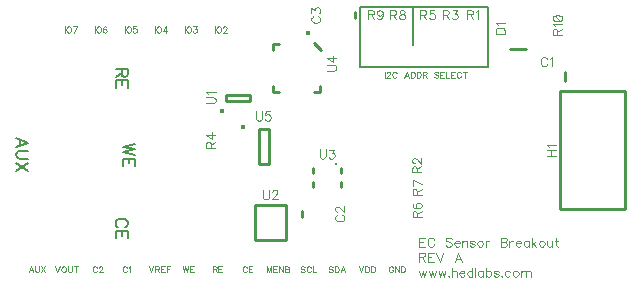
<source format=gbr>
G04 DipTrace 2.4.0.2*
%INTopSilk.gbr*%
%MOIN*%
%ADD10C,0.0098*%
%ADD12C,0.003*%
%ADD14C,0.008*%
%ADD15C,0.005*%
%ADD23C,0.0154*%
%ADD28C,0.0157*%
%ADD73C,0.0046*%
%ADD74C,0.0062*%
%FSLAX44Y44*%
G04*
G70*
G90*
G75*
G01*
%LNTopSilk*%
%LPD*%
X24446Y12316D2*
D10*
X23934D1*
X25607Y6972D2*
X27773D1*
Y10909D1*
X25607D1*
Y6972D1*
D23*
X14328Y10242D3*
X14460Y10586D2*
D10*
X15247D1*
Y10782D1*
X14460D1*
Y10586D1*
X15430Y5940D2*
X16454D1*
Y7121D1*
X15430D1*
Y5940D1*
X17361Y7867D2*
Y7710D1*
Y8182D2*
Y8340D1*
X18306Y7867D2*
Y7710D1*
Y8340D2*
Y8182D1*
D14*
X18141Y8480D3*
X16216Y12460D2*
D10*
X16019D1*
Y12263D1*
X17594Y10885D2*
Y11082D1*
Y10885D2*
X17397D1*
X16019Y11082D2*
Y10885D1*
X16216D1*
X17397Y12499D2*
X17633Y12263D1*
D28*
X17180Y12851D3*
D23*
X15025Y9710D3*
X15566Y9657D2*
D10*
Y8476D1*
X15880Y9657D2*
Y8476D1*
X15566D2*
X15880D1*
X15566Y9657D2*
X15880D1*
X16980Y6717D2*
Y6913D1*
X18771Y13538D2*
Y13342D1*
X25773Y11557D2*
Y11242D1*
X18940Y13695D2*
D15*
X23190D1*
Y11695D1*
X18940D1*
Y13695D1*
X20690D2*
Y12445D1*
X23455Y12822D2*
D73*
X23757D1*
Y12923D1*
X23742Y12966D1*
X23714Y12995D1*
X23685Y13009D1*
X23642Y13023D1*
X23570D1*
X23527Y13009D1*
X23498Y12995D1*
X23470Y12966D1*
X23455Y12923D1*
Y12822D1*
X23513Y13116D2*
X23498Y13145D1*
X23456Y13188D1*
X23757D1*
X25168Y8757D2*
X25469D1*
X25168Y8958D2*
X25469D1*
X25312Y8757D2*
Y8958D1*
X25226Y9051D2*
X25211Y9080D1*
X25168Y9123D1*
X25469D1*
X22507Y13462D2*
X22636D1*
X22679Y13476D1*
X22694Y13490D1*
X22708Y13519D1*
Y13548D1*
X22694Y13576D1*
X22679Y13591D1*
X22636Y13605D1*
X22507D1*
Y13304D1*
X22608Y13462D2*
X22708Y13304D1*
X22801Y13547D2*
X22830Y13562D1*
X22873Y13605D1*
Y13304D1*
X20821Y8193D2*
Y8322D1*
X20807Y8365D1*
X20792Y8379D1*
X20764Y8394D1*
X20735D1*
X20706Y8379D1*
X20692Y8365D1*
X20678Y8322D1*
Y8193D1*
X20979D1*
X20821Y8293D2*
X20979Y8394D1*
X20750Y8501D2*
X20735D1*
X20706Y8515D1*
X20692Y8529D1*
X20678Y8558D1*
Y8616D1*
X20692Y8644D1*
X20706Y8658D1*
X20735Y8673D1*
X20764D1*
X20793Y8658D1*
X20835Y8630D1*
X20979Y8486D1*
Y8687D1*
X21693Y13457D2*
X21822D1*
X21865Y13472D1*
X21879Y13486D1*
X21894Y13514D1*
Y13543D1*
X21879Y13572D1*
X21865Y13586D1*
X21822Y13601D1*
X21693D1*
Y13299D1*
X21793Y13457D2*
X21894Y13299D1*
X22015Y13600D2*
X22173D1*
X22087Y13485D1*
X22130D1*
X22158Y13471D1*
X22173Y13457D1*
X22187Y13414D1*
Y13385D1*
X22173Y13342D1*
X22144Y13313D1*
X22101Y13299D1*
X22058D1*
X22015Y13313D1*
X22001Y13328D1*
X21986Y13356D1*
X13947Y9020D2*
Y9149D1*
X13933Y9192D1*
X13919Y9207D1*
X13890Y9221D1*
X13861D1*
X13833Y9207D1*
X13818Y9192D1*
X13804Y9149D1*
Y9020D1*
X14105D1*
X13947Y9121D2*
X14105Y9221D1*
Y9457D2*
X13804D1*
X14005Y9314D1*
Y9529D1*
X20943Y13457D2*
X21072D1*
X21115Y13472D1*
X21129Y13486D1*
X21144Y13514D1*
Y13543D1*
X21129Y13572D1*
X21115Y13586D1*
X21072Y13601D1*
X20943D1*
Y13299D1*
X21043Y13457D2*
X21144Y13299D1*
X21408Y13600D2*
X21265D1*
X21251Y13471D1*
X21265Y13485D1*
X21308Y13500D1*
X21351D1*
X21394Y13485D1*
X21423Y13457D1*
X21437Y13414D1*
Y13385D1*
X21423Y13342D1*
X21394Y13313D1*
X21351Y13299D1*
X21308D1*
X21265Y13313D1*
X21251Y13328D1*
X21236Y13356D1*
X20826Y6700D2*
Y6829D1*
X20811Y6872D1*
X20797Y6887D1*
X20768Y6901D1*
X20740D1*
X20711Y6887D1*
X20696Y6872D1*
X20682Y6829D1*
Y6700D1*
X20984D1*
X20826Y6801D2*
X20984Y6901D1*
X20725Y7166D2*
X20697Y7151D1*
X20683Y7108D1*
Y7080D1*
X20697Y7037D1*
X20740Y7008D1*
X20812Y6994D1*
X20883D1*
X20941Y7008D1*
X20969Y7037D1*
X20984Y7080D1*
Y7094D1*
X20969Y7137D1*
X20941Y7166D1*
X20897Y7180D1*
X20883D1*
X20840Y7166D1*
X20812Y7137D1*
X20797Y7094D1*
Y7080D1*
X20812Y7037D1*
X20840Y7008D1*
X20883Y6994D1*
X20826Y7443D2*
Y7572D1*
X20811Y7615D1*
X20797Y7629D1*
X20768Y7644D1*
X20740D1*
X20711Y7629D1*
X20696Y7615D1*
X20682Y7572D1*
Y7443D1*
X20984D1*
X20826Y7543D2*
X20984Y7644D1*
Y7794D2*
X20683Y7937D1*
Y7736D1*
X19943Y13457D2*
X20072D1*
X20115Y13472D1*
X20130Y13486D1*
X20144Y13514D1*
Y13543D1*
X20130Y13572D1*
X20115Y13586D1*
X20072Y13601D1*
X19943D1*
Y13299D1*
X20043Y13457D2*
X20144Y13299D1*
X20308Y13600D2*
X20265Y13586D1*
X20251Y13557D1*
Y13529D1*
X20265Y13500D1*
X20294Y13485D1*
X20351Y13471D1*
X20394Y13457D1*
X20423Y13428D1*
X20437Y13400D1*
Y13356D1*
X20423Y13328D1*
X20409Y13313D1*
X20365Y13299D1*
X20308D1*
X20265Y13313D1*
X20251Y13328D1*
X20236Y13356D1*
Y13400D1*
X20251Y13428D1*
X20280Y13457D1*
X20322Y13471D1*
X20380Y13485D1*
X20409Y13500D1*
X20423Y13529D1*
Y13557D1*
X20409Y13586D1*
X20365Y13600D1*
X20308D1*
X19200Y13462D2*
X19329D1*
X19372Y13476D1*
X19387Y13490D1*
X19401Y13519D1*
Y13548D1*
X19387Y13576D1*
X19372Y13591D1*
X19329Y13605D1*
X19200D1*
Y13304D1*
X19300Y13462D2*
X19401Y13304D1*
X19680Y13505D2*
X19666Y13462D1*
X19637Y13433D1*
X19594Y13418D1*
X19580D1*
X19537Y13433D1*
X19508Y13462D1*
X19493Y13505D1*
Y13519D1*
X19508Y13562D1*
X19537Y13591D1*
X19580Y13605D1*
X19594D1*
X19637Y13591D1*
X19666Y13562D1*
X19680Y13505D1*
Y13433D1*
X19666Y13361D1*
X19637Y13318D1*
X19594Y13304D1*
X19565D1*
X19522Y13318D1*
X19508Y13347D1*
X25507Y12776D2*
Y12905D1*
X25493Y12948D1*
X25478Y12962D1*
X25450Y12977D1*
X25421D1*
X25392Y12962D1*
X25378Y12948D1*
X25364Y12905D1*
Y12776D1*
X25665D1*
X25507Y12876D2*
X25665Y12977D1*
X25421Y13069D2*
X25407Y13098D1*
X25364Y13141D1*
X25665D1*
X25364Y13320D2*
X25378Y13277D1*
X25421Y13248D1*
X25493Y13234D1*
X25536D1*
X25608Y13248D1*
X25651Y13277D1*
X25665Y13320D1*
Y13349D1*
X25651Y13392D1*
X25608Y13420D1*
X25536Y13435D1*
X25493D1*
X25421Y13420D1*
X25378Y13392D1*
X25364Y13349D1*
Y13320D1*
X25421Y13420D2*
X25608Y13248D1*
X13812Y10501D2*
X14027D1*
X14070Y10516D1*
X14099Y10544D1*
X14113Y10588D1*
Y10616D1*
X14099Y10659D1*
X14070Y10688D1*
X14027Y10702D1*
X13812D1*
X13870Y10795D2*
X13855Y10824D1*
X13812Y10867D1*
X14113D1*
X15695Y7610D2*
Y7394D1*
X15709Y7351D1*
X15738Y7323D1*
X15781Y7308D1*
X15809D1*
X15853Y7323D1*
X15881Y7351D1*
X15896Y7394D1*
Y7610D1*
X16003Y7538D2*
Y7552D1*
X16017Y7581D1*
X16031Y7595D1*
X16060Y7609D1*
X16118D1*
X16146Y7595D1*
X16160Y7581D1*
X16175Y7552D1*
Y7523D1*
X16160Y7495D1*
X16132Y7452D1*
X15988Y7308D1*
X16189D1*
X17586Y8959D2*
Y8743D1*
X17601Y8700D1*
X17630Y8672D1*
X17673Y8657D1*
X17701D1*
X17744Y8672D1*
X17773Y8700D1*
X17787Y8743D1*
Y8959D1*
X17909Y8958D2*
X18066D1*
X17981Y8843D1*
X18024D1*
X18052Y8829D1*
X18066Y8815D1*
X18081Y8772D1*
Y8743D1*
X18066Y8700D1*
X18038Y8671D1*
X17995Y8657D1*
X17952D1*
X17909Y8671D1*
X17895Y8686D1*
X17880Y8714D1*
X17843Y11579D2*
X18058D1*
X18101Y11593D1*
X18130Y11622D1*
X18144Y11665D1*
Y11694D1*
X18130Y11737D1*
X18101Y11766D1*
X18058Y11780D1*
X17843D1*
X18144Y12016D2*
X17843D1*
X18044Y11873D1*
Y12088D1*
X15462Y10226D2*
Y10011D1*
X15476Y9968D1*
X15505Y9939D1*
X15548Y9925D1*
X15577D1*
X15620Y9939D1*
X15649Y9968D1*
X15663Y10011D1*
Y10226D1*
X15928D2*
X15784D1*
X15770Y10097D1*
X15784Y10111D1*
X15828Y10126D1*
X15870D1*
X15913Y10111D1*
X15942Y10082D1*
X15957Y10039D1*
Y10011D1*
X15942Y9968D1*
X15913Y9939D1*
X15870Y9925D1*
X15828D1*
X15784Y9939D1*
X15770Y9953D1*
X15756Y9982D1*
X18177Y6776D2*
X18149Y6762D1*
X18120Y6733D1*
X18106Y6704D1*
Y6647D1*
X18120Y6618D1*
X18149Y6589D1*
X18177Y6575D1*
X18220Y6561D1*
X18292D1*
X18335Y6575D1*
X18364Y6589D1*
X18393Y6618D1*
X18407Y6647D1*
Y6704D1*
X18393Y6733D1*
X18364Y6762D1*
X18335Y6776D1*
X18178Y6883D2*
X18163D1*
X18135Y6897D1*
X18120Y6912D1*
X18106Y6940D1*
Y6998D1*
X18120Y7026D1*
X18135Y7041D1*
X18163Y7055D1*
X18192D1*
X18221Y7041D1*
X18264Y7012D1*
X18407Y6868D1*
Y7069D1*
X17379Y13401D2*
X17351Y13387D1*
X17322Y13358D1*
X17308Y13329D1*
Y13272D1*
X17322Y13243D1*
X17351Y13214D1*
X17379Y13200D1*
X17422Y13186D1*
X17494D1*
X17537Y13200D1*
X17566Y13214D1*
X17594Y13243D1*
X17609Y13272D1*
Y13329D1*
X17594Y13358D1*
X17566Y13387D1*
X17537Y13401D1*
X17308Y13522D2*
Y13680D1*
X17423Y13594D1*
Y13637D1*
X17437Y13666D1*
X17451Y13680D1*
X17494Y13694D1*
X17523D1*
X17566Y13680D1*
X17595Y13651D1*
X17609Y13608D1*
Y13565D1*
X17595Y13522D1*
X17580Y13508D1*
X17552Y13493D1*
X25169Y11964D2*
X25155Y11993D1*
X25126Y12022D1*
X25097Y12036D1*
X25040D1*
X25011Y12022D1*
X24983Y11993D1*
X24968Y11964D1*
X24954Y11921D1*
Y11849D1*
X24968Y11807D1*
X24983Y11778D1*
X25011Y11749D1*
X25040Y11735D1*
X25097D1*
X25126Y11749D1*
X25155Y11778D1*
X25169Y11807D1*
X25262Y11978D2*
X25290Y11993D1*
X25334Y12036D1*
Y11735D1*
X21088Y6025D2*
X20901D1*
Y5724D1*
X21088D1*
X20901Y5881D2*
X21016D1*
X21396Y5953D2*
X21381Y5982D1*
X21352Y6011D1*
X21324Y6025D1*
X21267D1*
X21238Y6011D1*
X21209Y5982D1*
X21195Y5953D1*
X21180Y5910D1*
Y5838D1*
X21195Y5796D1*
X21209Y5767D1*
X21238Y5738D1*
X21267Y5724D1*
X21324D1*
X21352Y5738D1*
X21381Y5767D1*
X21396Y5796D1*
X21981Y5982D2*
X21952Y6011D1*
X21909Y6025D1*
X21852D1*
X21809Y6011D1*
X21780Y5982D1*
Y5953D1*
X21794Y5925D1*
X21809Y5910D1*
X21837Y5896D1*
X21923Y5867D1*
X21952Y5853D1*
X21967Y5838D1*
X21981Y5810D1*
Y5767D1*
X21952Y5738D1*
X21909Y5724D1*
X21852D1*
X21809Y5738D1*
X21780Y5767D1*
X22073Y5838D2*
X22246D1*
Y5867D1*
X22231Y5896D1*
X22217Y5910D1*
X22188Y5925D1*
X22145D1*
X22117Y5910D1*
X22088Y5881D1*
X22073Y5838D1*
Y5810D1*
X22088Y5767D1*
X22117Y5738D1*
X22145Y5724D1*
X22188D1*
X22217Y5738D1*
X22246Y5767D1*
X22338Y5925D2*
Y5724D1*
Y5867D2*
X22381Y5910D1*
X22410Y5925D1*
X22453D1*
X22482Y5910D1*
X22496Y5867D1*
Y5724D1*
X22747Y5881D2*
X22732Y5910D1*
X22689Y5925D1*
X22646D1*
X22603Y5910D1*
X22589Y5881D1*
X22603Y5853D1*
X22632Y5838D1*
X22703Y5824D1*
X22732Y5810D1*
X22747Y5781D1*
Y5767D1*
X22732Y5738D1*
X22689Y5724D1*
X22646D1*
X22603Y5738D1*
X22589Y5767D1*
X22911Y5925D2*
X22882Y5910D1*
X22853Y5881D1*
X22839Y5838D1*
Y5810D1*
X22853Y5767D1*
X22882Y5738D1*
X22911Y5724D1*
X22954D1*
X22983Y5738D1*
X23011Y5767D1*
X23026Y5810D1*
Y5838D1*
X23011Y5881D1*
X22983Y5910D1*
X22954Y5925D1*
X22911D1*
X23118D2*
Y5724D1*
Y5838D2*
X23133Y5881D1*
X23162Y5910D1*
X23190Y5925D1*
X23234D1*
X23618Y6025D2*
Y5724D1*
X23747D1*
X23790Y5738D1*
X23804Y5752D1*
X23819Y5781D1*
Y5824D1*
X23804Y5853D1*
X23790Y5867D1*
X23747Y5881D1*
X23790Y5896D1*
X23804Y5910D1*
X23819Y5939D1*
Y5968D1*
X23804Y5996D1*
X23790Y6011D1*
X23747Y6025D1*
X23618D1*
Y5881D2*
X23747D1*
X23911Y5925D2*
Y5724D1*
Y5838D2*
X23926Y5881D1*
X23954Y5910D1*
X23983Y5925D1*
X24026D1*
X24119Y5838D2*
X24291D1*
Y5867D1*
X24277Y5896D1*
X24263Y5910D1*
X24234Y5925D1*
X24191D1*
X24162Y5910D1*
X24133Y5881D1*
X24119Y5838D1*
Y5810D1*
X24133Y5767D1*
X24162Y5738D1*
X24191Y5724D1*
X24234D1*
X24263Y5738D1*
X24291Y5767D1*
X24556Y5925D2*
Y5724D1*
Y5881D2*
X24527Y5910D1*
X24499Y5925D1*
X24456D1*
X24427Y5910D1*
X24398Y5881D1*
X24384Y5838D1*
Y5810D1*
X24398Y5767D1*
X24427Y5738D1*
X24456Y5724D1*
X24499D1*
X24527Y5738D1*
X24556Y5767D1*
X24649Y6025D2*
Y5724D1*
X24792Y5925D2*
X24649Y5781D1*
X24706Y5838D2*
X24806Y5724D1*
X24971Y5925D2*
X24942Y5910D1*
X24913Y5881D1*
X24899Y5838D1*
Y5810D1*
X24913Y5767D1*
X24942Y5738D1*
X24971Y5724D1*
X25014D1*
X25043Y5738D1*
X25071Y5767D1*
X25086Y5810D1*
Y5838D1*
X25071Y5881D1*
X25043Y5910D1*
X25014Y5925D1*
X24971D1*
X25178D2*
Y5781D1*
X25193Y5738D1*
X25222Y5724D1*
X25265D1*
X25293Y5738D1*
X25336Y5781D1*
Y5925D2*
Y5724D1*
X25472Y6025D2*
Y5781D1*
X25486Y5738D1*
X25515Y5724D1*
X25544D1*
X25429Y5925D2*
X25529D1*
X20901Y4925D2*
X20959Y4724D1*
X21016Y4925D1*
X21073Y4724D1*
X21131Y4925D1*
X21223D2*
X21281Y4724D1*
X21338Y4925D1*
X21396Y4724D1*
X21453Y4925D1*
X21546D2*
X21603Y4724D1*
X21660Y4925D1*
X21718Y4724D1*
X21775Y4925D1*
X21882Y4752D2*
X21868Y4738D1*
X21882Y4724D1*
X21897Y4738D1*
X21882Y4752D1*
X21989Y5025D2*
Y4724D1*
Y4867D2*
X22032Y4910D1*
X22061Y4925D1*
X22104D1*
X22133Y4910D1*
X22147Y4867D1*
Y4724D1*
X22240Y4838D2*
X22412D1*
Y4867D1*
X22398Y4896D1*
X22383Y4910D1*
X22354Y4925D1*
X22311D1*
X22283Y4910D1*
X22254Y4881D1*
X22240Y4838D1*
Y4810D1*
X22254Y4767D1*
X22283Y4738D1*
X22311Y4724D1*
X22354D1*
X22383Y4738D1*
X22412Y4767D1*
X22677Y5025D2*
Y4724D1*
Y4881D2*
X22648Y4910D1*
X22619Y4925D1*
X22576D1*
X22548Y4910D1*
X22519Y4881D1*
X22504Y4838D1*
Y4810D1*
X22519Y4767D1*
X22548Y4738D1*
X22576Y4724D1*
X22619D1*
X22648Y4738D1*
X22677Y4767D1*
X22769Y5025D2*
Y4724D1*
X23034Y4925D2*
Y4724D1*
Y4881D2*
X23005Y4910D1*
X22977Y4925D1*
X22934D1*
X22905Y4910D1*
X22876Y4881D1*
X22862Y4838D1*
Y4810D1*
X22876Y4767D1*
X22905Y4738D1*
X22934Y4724D1*
X22977D1*
X23005Y4738D1*
X23034Y4767D1*
X23127Y5025D2*
Y4724D1*
Y4881D2*
X23155Y4910D1*
X23184Y4925D1*
X23227D1*
X23256Y4910D1*
X23284Y4881D1*
X23299Y4838D1*
Y4810D1*
X23284Y4767D1*
X23256Y4738D1*
X23227Y4724D1*
X23184D1*
X23155Y4738D1*
X23127Y4767D1*
X23549Y4881D2*
X23535Y4910D1*
X23492Y4925D1*
X23449D1*
X23406Y4910D1*
X23391Y4881D1*
X23406Y4853D1*
X23434Y4838D1*
X23506Y4824D1*
X23535Y4810D1*
X23549Y4781D1*
Y4767D1*
X23535Y4738D1*
X23492Y4724D1*
X23449D1*
X23406Y4738D1*
X23391Y4767D1*
X23656Y4752D2*
X23642Y4738D1*
X23656Y4724D1*
X23671Y4738D1*
X23656Y4752D1*
X23936Y4881D2*
X23907Y4910D1*
X23878Y4925D1*
X23835D1*
X23806Y4910D1*
X23778Y4881D1*
X23763Y4838D1*
Y4810D1*
X23778Y4767D1*
X23806Y4738D1*
X23835Y4724D1*
X23878D1*
X23907Y4738D1*
X23936Y4767D1*
X24100Y4925D2*
X24071Y4910D1*
X24043Y4881D1*
X24028Y4838D1*
Y4810D1*
X24043Y4767D1*
X24071Y4738D1*
X24100Y4724D1*
X24143D1*
X24172Y4738D1*
X24200Y4767D1*
X24215Y4810D1*
Y4838D1*
X24200Y4881D1*
X24172Y4910D1*
X24143Y4925D1*
X24100D1*
X24308D2*
Y4724D1*
Y4867D2*
X24351Y4910D1*
X24380Y4925D1*
X24422D1*
X24451Y4910D1*
X24466Y4867D1*
Y4724D1*
Y4867D2*
X24509Y4910D1*
X24537Y4925D1*
X24580D1*
X24609Y4910D1*
X24624Y4867D1*
Y4724D1*
X20032Y5016D2*
D12*
X20023Y5035D1*
X20003Y5054D1*
X19984Y5064D1*
X19946D1*
X19927Y5054D1*
X19908Y5035D1*
X19898Y5016D1*
X19889Y4987D1*
Y4939D1*
X19898Y4911D1*
X19908Y4892D1*
X19927Y4873D1*
X19946Y4863D1*
X19984D1*
X20003Y4873D1*
X20023Y4892D1*
X20032Y4911D1*
Y4939D1*
X19984D1*
X20228Y5064D2*
Y4863D1*
X20094Y5064D1*
Y4863D1*
X20290Y5064D2*
Y4863D1*
X20357D1*
X20385Y4873D1*
X20405Y4892D1*
X20414Y4911D1*
X20424Y4939D1*
Y4987D1*
X20414Y5016D1*
X20405Y5035D1*
X20385Y5054D1*
X20357Y5064D1*
X20290D1*
X18889D2*
X18965Y4863D1*
X19042Y5064D1*
X19103D2*
Y4863D1*
X19170D1*
X19199Y4873D1*
X19218Y4892D1*
X19228Y4911D1*
X19237Y4939D1*
Y4987D1*
X19228Y5016D1*
X19218Y5035D1*
X19199Y5054D1*
X19170Y5064D1*
X19103D1*
X19299D2*
Y4863D1*
X19366D1*
X19395Y4873D1*
X19414Y4892D1*
X19424Y4911D1*
X19433Y4939D1*
Y4987D1*
X19424Y5016D1*
X19414Y5035D1*
X19395Y5054D1*
X19366Y5064D1*
X19299D1*
X11157Y5016D2*
X11148Y5035D1*
X11128Y5054D1*
X11109Y5064D1*
X11071D1*
X11052Y5054D1*
X11033Y5035D1*
X11023Y5016D1*
X11014Y4987D1*
Y4939D1*
X11023Y4911D1*
X11033Y4892D1*
X11052Y4873D1*
X11071Y4863D1*
X11109D1*
X11128Y4873D1*
X11148Y4892D1*
X11157Y4911D1*
X11219Y5025D2*
X11238Y5035D1*
X11267Y5064D1*
Y4863D1*
X19749Y11551D2*
Y11350D1*
X19821Y11503D2*
Y11512D1*
X19830Y11532D1*
X19840Y11541D1*
X19859Y11551D1*
X19897D1*
X19916Y11541D1*
X19926Y11532D1*
X19935Y11512D1*
Y11493D1*
X19926Y11474D1*
X19907Y11446D1*
X19811Y11350D1*
X19945D1*
X20150Y11503D2*
X20141Y11522D1*
X20121Y11541D1*
X20102Y11551D1*
X20064D1*
X20045Y11541D1*
X20026Y11522D1*
X20016Y11503D1*
X20007Y11474D1*
Y11426D1*
X20016Y11398D1*
X20026Y11379D1*
X20045Y11360D1*
X20064Y11350D1*
X20102D1*
X20121Y11360D1*
X20141Y11379D1*
X20150Y11398D1*
X20560Y11350D2*
X20483Y11551D1*
X20406Y11350D1*
X20435Y11417D2*
X20531D1*
X20621Y11551D2*
Y11350D1*
X20688D1*
X20717Y11360D1*
X20736Y11379D1*
X20746Y11398D1*
X20755Y11426D1*
Y11474D1*
X20746Y11503D1*
X20736Y11522D1*
X20717Y11541D1*
X20688Y11551D1*
X20621D1*
X20817D2*
Y11350D1*
X20884D1*
X20913Y11360D1*
X20932Y11379D1*
X20941Y11398D1*
X20951Y11426D1*
Y11474D1*
X20941Y11503D1*
X20932Y11522D1*
X20913Y11541D1*
X20884Y11551D1*
X20817D1*
X21013Y11455D2*
X21099D1*
X21127Y11465D1*
X21137Y11474D1*
X21147Y11493D1*
Y11513D1*
X21137Y11532D1*
X21127Y11541D1*
X21099Y11551D1*
X21013D1*
Y11350D1*
X21080Y11455D2*
X21147Y11350D1*
X21537Y11522D2*
X21518Y11541D1*
X21489Y11551D1*
X21451D1*
X21422Y11541D1*
X21403Y11522D1*
Y11503D1*
X21413Y11484D1*
X21422Y11474D1*
X21441Y11465D1*
X21499Y11446D1*
X21518Y11436D1*
X21527Y11426D1*
X21537Y11407D1*
Y11379D1*
X21518Y11360D1*
X21489Y11350D1*
X21451D1*
X21422Y11360D1*
X21403Y11379D1*
X21723Y11551D2*
X21599D1*
Y11350D1*
X21723D1*
X21599Y11455D2*
X21675D1*
X21785Y11551D2*
Y11350D1*
X21899D1*
X22085Y11551D2*
X21961D1*
Y11350D1*
X22085D1*
X21961Y11455D2*
X22038D1*
X22291Y11503D2*
X22281Y11522D1*
X22262Y11541D1*
X22243Y11551D1*
X22205D1*
X22185Y11541D1*
X22166Y11522D1*
X22157Y11503D1*
X22147Y11474D1*
Y11426D1*
X22157Y11398D1*
X22166Y11379D1*
X22185Y11360D1*
X22205Y11350D1*
X22243D1*
X22262Y11360D1*
X22281Y11379D1*
X22291Y11398D1*
X22419Y11551D2*
Y11350D1*
X22352Y11551D2*
X22486D1*
X10157Y5016D2*
X10148Y5035D1*
X10128Y5054D1*
X10109Y5064D1*
X10071D1*
X10052Y5054D1*
X10033Y5035D1*
X10023Y5016D1*
X10014Y4987D1*
Y4939D1*
X10023Y4911D1*
X10033Y4892D1*
X10052Y4873D1*
X10071Y4863D1*
X10109D1*
X10128Y4873D1*
X10148Y4892D1*
X10157Y4911D1*
X10229Y5016D2*
Y5025D1*
X10238Y5045D1*
X10248Y5054D1*
X10267Y5064D1*
X10305D1*
X10324Y5054D1*
X10334Y5045D1*
X10343Y5025D1*
Y5006D1*
X10334Y4987D1*
X10315Y4959D1*
X10219Y4863D1*
X10353D1*
X11889Y5064D2*
X11965Y4863D1*
X12042Y5064D1*
X12103Y4968D2*
X12189D1*
X12218Y4978D1*
X12228Y4987D1*
X12237Y5006D1*
Y5026D1*
X12228Y5045D1*
X12218Y5054D1*
X12189Y5064D1*
X12103D1*
Y4863D1*
X12170Y4968D2*
X12237Y4863D1*
X12423Y5064D2*
X12299D1*
Y4863D1*
X12423D1*
X12299Y4968D2*
X12376D1*
X12610Y5064D2*
X12485D1*
Y4863D1*
Y4968D2*
X12562D1*
X13014Y5064D2*
X13062Y4863D1*
X13109Y5064D1*
X13157Y4863D1*
X13205Y5064D1*
X13391D2*
X13267D1*
Y4863D1*
X13391D1*
X13267Y4968D2*
X13343D1*
X14014D2*
X14100D1*
X14128Y4978D1*
X14138Y4987D1*
X14148Y5006D1*
Y5026D1*
X14138Y5045D1*
X14128Y5054D1*
X14100Y5064D1*
X14014D1*
Y4863D1*
X14081Y4968D2*
X14148Y4863D1*
X14334Y5064D2*
X14209D1*
Y4863D1*
X14334D1*
X14209Y4968D2*
X14286D1*
X15157Y5016D2*
X15148Y5035D1*
X15128Y5054D1*
X15109Y5064D1*
X15071D1*
X15052Y5054D1*
X15033Y5035D1*
X15023Y5016D1*
X15014Y4987D1*
Y4939D1*
X15023Y4911D1*
X15033Y4892D1*
X15052Y4873D1*
X15071Y4863D1*
X15109D1*
X15128Y4873D1*
X15148Y4892D1*
X15157Y4911D1*
X15343Y5064D2*
X15219D1*
Y4863D1*
X15343D1*
X15219Y4968D2*
X15295D1*
X18023Y5035D2*
X18004Y5054D1*
X17975Y5064D1*
X17937D1*
X17908Y5054D1*
X17889Y5035D1*
Y5016D1*
X17898Y4997D1*
X17908Y4987D1*
X17927Y4978D1*
X17984Y4959D1*
X18004Y4949D1*
X18013Y4939D1*
X18023Y4920D1*
Y4892D1*
X18004Y4873D1*
X17975Y4863D1*
X17937D1*
X17908Y4873D1*
X17889Y4892D1*
X18084Y5064D2*
Y4863D1*
X18151D1*
X18180Y4873D1*
X18199Y4892D1*
X18209Y4911D1*
X18218Y4939D1*
Y4987D1*
X18209Y5016D1*
X18199Y5035D1*
X18180Y5054D1*
X18151Y5064D1*
X18084D1*
X18433Y4863D2*
X18357Y5064D1*
X18280Y4863D1*
X18309Y4930D2*
X18405D1*
X17085Y5035D2*
X17066Y5054D1*
X17037Y5064D1*
X16999D1*
X16970Y5054D1*
X16951Y5035D1*
Y5016D1*
X16961Y4997D1*
X16970Y4987D1*
X16989Y4978D1*
X17047Y4959D1*
X17066Y4949D1*
X17076Y4939D1*
X17085Y4920D1*
Y4892D1*
X17066Y4873D1*
X17037Y4863D1*
X16999D1*
X16970Y4873D1*
X16951Y4892D1*
X17290Y5016D2*
X17281Y5035D1*
X17262Y5054D1*
X17243Y5064D1*
X17204D1*
X17185Y5054D1*
X17166Y5035D1*
X17156Y5016D1*
X17147Y4987D1*
Y4939D1*
X17156Y4911D1*
X17166Y4892D1*
X17185Y4873D1*
X17204Y4863D1*
X17243D1*
X17262Y4873D1*
X17281Y4892D1*
X17290Y4911D1*
X17352Y5064D2*
Y4863D1*
X17467D1*
X15979D2*
Y5064D1*
X15903Y4863D1*
X15826Y5064D1*
Y4863D1*
X16165Y5064D2*
X16041D1*
Y4863D1*
X16165D1*
X16041Y4968D2*
X16117D1*
X16361Y5064D2*
Y4863D1*
X16227Y5064D1*
Y4863D1*
X16423Y5064D2*
Y4863D1*
X16509D1*
X16538Y4873D1*
X16547Y4882D1*
X16557Y4901D1*
Y4930D1*
X16547Y4949D1*
X16538Y4959D1*
X16509Y4968D1*
X16538Y4978D1*
X16547Y4987D1*
X16557Y5006D1*
Y5026D1*
X16547Y5045D1*
X16538Y5054D1*
X16509Y5064D1*
X16423D1*
Y4968D2*
X16509D1*
X8764Y5064D2*
X8840Y4863D1*
X8917Y5064D1*
X9036D2*
X9017Y5054D1*
X8998Y5035D1*
X8988Y5016D1*
X8978Y4987D1*
Y4939D1*
X8988Y4911D1*
X8998Y4892D1*
X9017Y4873D1*
X9036Y4863D1*
X9074D1*
X9093Y4873D1*
X9112Y4892D1*
X9122Y4911D1*
X9131Y4939D1*
Y4987D1*
X9122Y5016D1*
X9112Y5035D1*
X9093Y5054D1*
X9074Y5064D1*
X9036D1*
X9193D2*
Y4920D1*
X9203Y4892D1*
X9222Y4873D1*
X9251Y4863D1*
X9270D1*
X9298Y4873D1*
X9318Y4892D1*
X9327Y4920D1*
Y5064D1*
X9456D2*
Y4863D1*
X9389Y5064D2*
X9523D1*
X9081Y13059D2*
Y12858D1*
X9200Y13059D2*
X9181Y13049D1*
X9162Y13030D1*
X9152Y13011D1*
X9143Y12982D1*
Y12934D1*
X9152Y12906D1*
X9162Y12887D1*
X9181Y12868D1*
X9200Y12858D1*
X9239D1*
X9258Y12868D1*
X9277Y12887D1*
X9286Y12906D1*
X9296Y12934D1*
Y12982D1*
X9286Y13011D1*
X9277Y13030D1*
X9258Y13049D1*
X9239Y13059D1*
X9200D1*
X9396Y12858D2*
X9492Y13059D1*
X9358D1*
X10081D2*
Y12858D1*
X10200Y13059D2*
X10181Y13049D1*
X10162Y13030D1*
X10152Y13011D1*
X10143Y12982D1*
Y12934D1*
X10152Y12906D1*
X10162Y12887D1*
X10181Y12868D1*
X10200Y12858D1*
X10239D1*
X10258Y12868D1*
X10277Y12887D1*
X10286Y12906D1*
X10296Y12934D1*
Y12982D1*
X10286Y13011D1*
X10277Y13030D1*
X10258Y13049D1*
X10239Y13059D1*
X10200D1*
X10472Y13030D2*
X10463Y13049D1*
X10434Y13059D1*
X10415D1*
X10386Y13049D1*
X10367Y13020D1*
X10358Y12973D1*
Y12925D1*
X10367Y12887D1*
X10386Y12867D1*
X10415Y12858D1*
X10425D1*
X10453Y12867D1*
X10472Y12887D1*
X10482Y12915D1*
Y12925D1*
X10472Y12954D1*
X10453Y12973D1*
X10425Y12982D1*
X10415D1*
X10386Y12973D1*
X10367Y12954D1*
X10358Y12925D1*
X11081Y13059D2*
Y12858D1*
X11200Y13059D2*
X11181Y13049D1*
X11162Y13030D1*
X11152Y13011D1*
X11143Y12982D1*
Y12934D1*
X11152Y12906D1*
X11162Y12887D1*
X11181Y12868D1*
X11200Y12858D1*
X11239D1*
X11258Y12868D1*
X11277Y12887D1*
X11286Y12906D1*
X11296Y12934D1*
Y12982D1*
X11286Y13011D1*
X11277Y13030D1*
X11258Y13049D1*
X11239Y13059D1*
X11200D1*
X11472D2*
X11377D1*
X11367Y12973D1*
X11377Y12982D1*
X11406Y12992D1*
X11434D1*
X11463Y12982D1*
X11482Y12963D1*
X11492Y12934D1*
Y12915D1*
X11482Y12887D1*
X11463Y12867D1*
X11434Y12858D1*
X11406D1*
X11377Y12867D1*
X11367Y12877D1*
X11358Y12896D1*
X12081Y13059D2*
Y12858D1*
X12200Y13059D2*
X12181Y13049D1*
X12162Y13030D1*
X12152Y13011D1*
X12143Y12982D1*
Y12934D1*
X12152Y12906D1*
X12162Y12887D1*
X12181Y12868D1*
X12200Y12858D1*
X12239D1*
X12258Y12868D1*
X12277Y12887D1*
X12286Y12906D1*
X12296Y12934D1*
Y12982D1*
X12286Y13011D1*
X12277Y13030D1*
X12258Y13049D1*
X12239Y13059D1*
X12200D1*
X12453Y12858D2*
Y13059D1*
X12358Y12925D1*
X12501D1*
X13081Y13059D2*
Y12858D1*
X13200Y13059D2*
X13181Y13049D1*
X13162Y13030D1*
X13152Y13011D1*
X13143Y12982D1*
Y12934D1*
X13152Y12906D1*
X13162Y12887D1*
X13181Y12868D1*
X13200Y12858D1*
X13239D1*
X13258Y12868D1*
X13277Y12887D1*
X13286Y12906D1*
X13296Y12934D1*
Y12982D1*
X13286Y13011D1*
X13277Y13030D1*
X13258Y13049D1*
X13239Y13059D1*
X13200D1*
X13377D2*
X13482D1*
X13425Y12982D1*
X13453D1*
X13472Y12973D1*
X13482Y12963D1*
X13492Y12934D1*
Y12915D1*
X13482Y12887D1*
X13463Y12867D1*
X13434Y12858D1*
X13405D1*
X13377Y12867D1*
X13367Y12877D1*
X13358Y12896D1*
X14081Y13059D2*
Y12858D1*
X14200Y13059D2*
X14181Y13049D1*
X14162Y13030D1*
X14152Y13011D1*
X14143Y12982D1*
Y12934D1*
X14152Y12906D1*
X14162Y12887D1*
X14181Y12868D1*
X14200Y12858D1*
X14239D1*
X14258Y12868D1*
X14277Y12887D1*
X14286Y12906D1*
X14296Y12934D1*
Y12982D1*
X14286Y13011D1*
X14277Y13030D1*
X14258Y13049D1*
X14239Y13059D1*
X14200D1*
X14367Y13011D2*
Y13020D1*
X14377Y13040D1*
X14386Y13049D1*
X14406Y13059D1*
X14444D1*
X14463Y13049D1*
X14472Y13040D1*
X14482Y13020D1*
Y13001D1*
X14472Y12982D1*
X14453Y12954D1*
X14358Y12858D1*
X14492D1*
X20901Y5381D2*
D73*
X21030D1*
X21073Y5396D1*
X21088Y5410D1*
X21102Y5439D1*
Y5468D1*
X21088Y5496D1*
X21073Y5511D1*
X21030Y5525D1*
X20901D1*
Y5224D1*
X21002Y5381D2*
X21102Y5224D1*
X21381Y5525D2*
X21195D1*
Y5224D1*
X21381D1*
X21195Y5381D2*
X21310D1*
X21474Y5525D2*
X21589Y5224D1*
X21703Y5525D1*
X22317Y5224D2*
X22202Y5525D1*
X22088Y5224D1*
X22131Y5324D2*
X22274D1*
X8042Y4863D2*
D12*
X7965Y5064D1*
X7889Y4863D1*
X7917Y4930D2*
X8013D1*
X8104Y5064D2*
Y4920D1*
X8113Y4892D1*
X8132Y4873D1*
X8161Y4863D1*
X8180D1*
X8209Y4873D1*
X8228Y4892D1*
X8238Y4920D1*
Y5064D1*
X8299D2*
X8433Y4863D1*
Y5064D2*
X8299Y4863D1*
X10993Y11654D2*
D74*
Y11482D1*
X11012Y11425D1*
X11031Y11405D1*
X11069Y11386D1*
X11108D1*
X11146Y11405D1*
X11165Y11425D1*
X11184Y11482D1*
Y11654D1*
X10782D1*
X10993Y11520D2*
X10782Y11386D1*
X11184Y11014D2*
Y11263D1*
X10782D1*
Y11014D1*
X10993Y11263D2*
Y11110D1*
X11089Y6367D2*
X11127Y6386D1*
X11165Y6425D1*
X11184Y6463D1*
Y6539D1*
X11165Y6578D1*
X11127Y6616D1*
X11089Y6635D1*
X11031Y6654D1*
X10935D1*
X10878Y6635D1*
X10840Y6616D1*
X10802Y6578D1*
X10782Y6539D1*
Y6463D1*
X10802Y6425D1*
X10840Y6386D1*
X10878Y6367D1*
X11184Y5995D2*
Y6244D1*
X10782D1*
Y5995D1*
X10993Y6244D2*
Y6091D1*
X11434Y9154D2*
X11032Y9058D1*
X11434Y8962D1*
X11032Y8867D1*
X11434Y8771D1*
Y8399D2*
Y8647D1*
X11032D1*
Y8399D1*
X11243Y8647D2*
Y8494D1*
X7470Y9035D2*
X7872Y9189D1*
X7470Y9341D1*
X7604Y9284D2*
Y9093D1*
X7872Y8912D2*
X7585D1*
X7528Y8893D1*
X7490Y8854D1*
X7470Y8797D1*
Y8759D1*
X7490Y8701D1*
X7528Y8663D1*
X7585Y8644D1*
X7872D1*
Y8520D2*
X7470Y8252D1*
X7872D2*
X7470Y8520D1*
M02*

</source>
